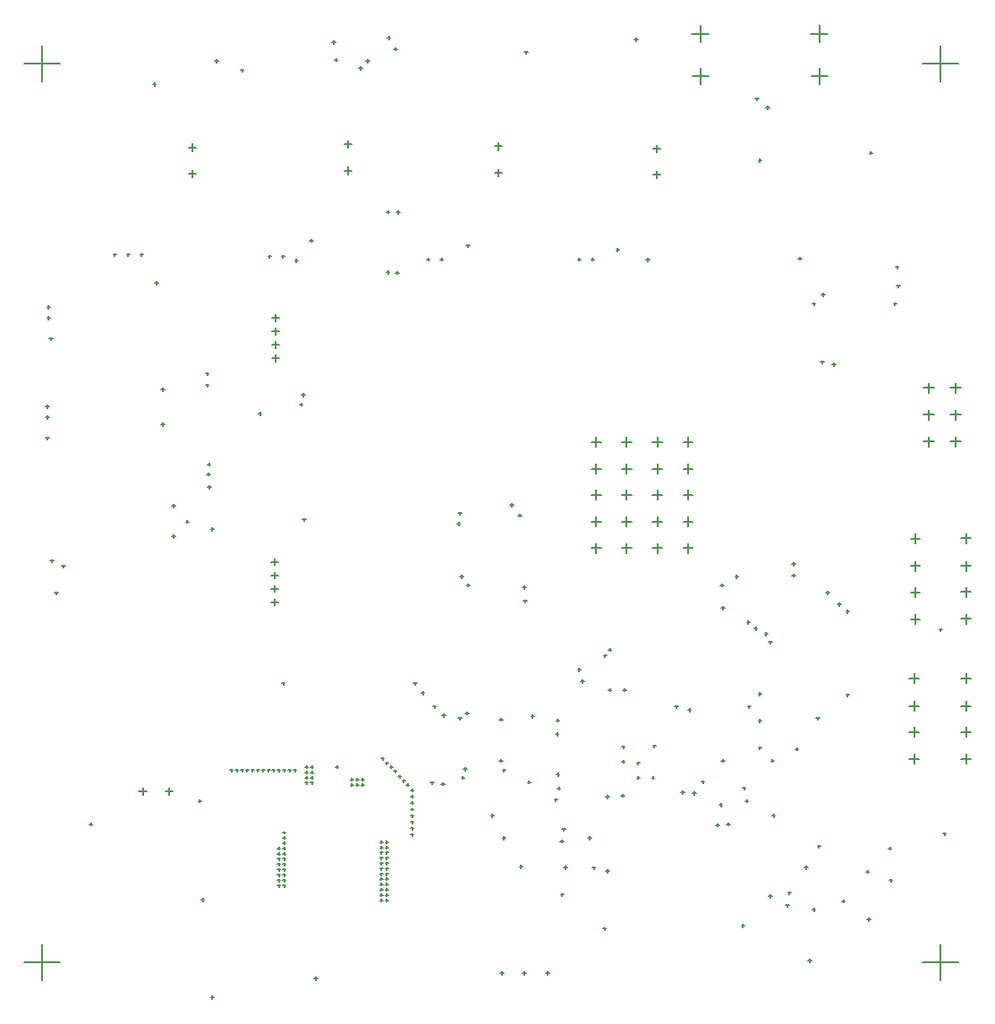
<source format=gbr>
%TF.GenerationSoftware,Altium Limited,Altium Designer,21.7.2 (23)*%
G04 Layer_Color=128*
%FSLAX24Y24*%
%MOIN*%
%TF.SameCoordinates,F115D885-3665-466D-A638-D1939FCD3409*%
%TF.FilePolarity,Positive*%
%TF.FileFunction,Drillmap*%
%TF.Part,Single*%
G01*
G75*
%TA.AperFunction,NonConductor*%
%ADD76C,0.0050*%
D76*
X34787Y23362D02*
X35181D01*
X34984Y23165D02*
Y23559D01*
X35787Y23362D02*
X36181D01*
X35984Y23165D02*
Y23559D01*
X34787Y22362D02*
X35181D01*
X34984Y22165D02*
Y22559D01*
X35787Y22362D02*
X36181D01*
X35984Y22165D02*
Y22559D01*
X34787Y21362D02*
X35181D01*
X34984Y21165D02*
Y21559D01*
X35787Y21362D02*
X36181D01*
X35984Y21165D02*
Y21559D01*
X22421Y19386D02*
X22776D01*
X22598Y19209D02*
Y19563D01*
X22421Y17402D02*
X22776D01*
X22598Y17224D02*
Y17579D01*
X22421Y18386D02*
X22776D01*
X22598Y18209D02*
Y18563D01*
X22421Y21354D02*
X22776D01*
X22598Y21177D02*
Y21532D01*
X22421Y20354D02*
X22776D01*
X22598Y20177D02*
Y20531D01*
X23563Y19386D02*
X23917D01*
X23740Y19209D02*
Y19563D01*
X23563Y17402D02*
X23917D01*
X23740Y17224D02*
Y17579D01*
X23563Y18386D02*
X23917D01*
X23740Y18209D02*
Y18563D01*
X23563Y21354D02*
X23917D01*
X23740Y21177D02*
Y21532D01*
X23563Y20354D02*
X23917D01*
X23740Y20177D02*
Y20531D01*
X24705Y19386D02*
X25059D01*
X24882Y19209D02*
Y19563D01*
X24705Y17402D02*
X25059D01*
X24882Y17224D02*
Y17579D01*
X24705Y18386D02*
X25059D01*
X24882Y18209D02*
Y18563D01*
X24705Y21354D02*
X25059D01*
X24882Y21177D02*
Y21532D01*
X24705Y20354D02*
X25059D01*
X24882Y20177D02*
Y20531D01*
X25846Y19386D02*
X26201D01*
X26024Y19209D02*
Y19563D01*
X25846Y17402D02*
X26201D01*
X26024Y17224D02*
Y17579D01*
X25846Y18386D02*
X26201D01*
X26024Y18209D02*
Y18563D01*
X25846Y21354D02*
X26201D01*
X26024Y21177D02*
Y21532D01*
X25846Y20354D02*
X26201D01*
X26024Y20177D02*
Y20531D01*
X13228Y32441D02*
X13504D01*
X13366Y32303D02*
Y32579D01*
X13228Y31457D02*
X13504D01*
X13366Y31319D02*
Y31594D01*
X18819Y32362D02*
X19094D01*
X18957Y32224D02*
Y32500D01*
X18819Y31378D02*
X19094D01*
X18957Y31240D02*
Y31516D01*
X7421Y32323D02*
X7697D01*
X7559Y32185D02*
Y32461D01*
X7421Y31339D02*
X7697D01*
X7559Y31201D02*
Y31476D01*
X26173Y36555D02*
X26803D01*
X26488Y36240D02*
Y36870D01*
X30598Y36555D02*
X31228D01*
X30913Y36240D02*
Y36870D01*
X26189Y34980D02*
X26787D01*
X26488Y34681D02*
Y35280D01*
X30614Y34980D02*
X31213D01*
X30913Y34681D02*
Y35280D01*
X24724Y32283D02*
X25000D01*
X24862Y32146D02*
Y32421D01*
X24724Y31299D02*
X25000D01*
X24862Y31161D02*
Y31437D01*
X10541Y25988D02*
X10797D01*
X10669Y25860D02*
Y26116D01*
X10541Y25488D02*
X10797D01*
X10669Y25360D02*
Y25616D01*
X10541Y24988D02*
X10797D01*
X10669Y24860D02*
Y25116D01*
X10541Y24488D02*
X10797D01*
X10669Y24360D02*
Y24616D01*
X10502Y16892D02*
X10758D01*
X10630Y16764D02*
Y17020D01*
X10502Y16392D02*
X10758D01*
X10630Y16264D02*
Y16520D01*
X10502Y15892D02*
X10758D01*
X10630Y15764D02*
Y16020D01*
X10502Y15392D02*
X10758D01*
X10630Y15264D02*
Y15520D01*
X36201Y16732D02*
X36555D01*
X36378Y16555D02*
Y16909D01*
X36201Y14764D02*
X36555D01*
X36378Y14587D02*
Y14941D01*
X36201Y15764D02*
X36555D01*
X36378Y15587D02*
Y15941D01*
X36201Y17764D02*
X36555D01*
X36378Y17587D02*
Y17941D01*
X34311Y16728D02*
X34665D01*
X34488Y16551D02*
Y16906D01*
X34311Y14760D02*
X34665D01*
X34488Y14583D02*
Y14937D01*
X34311Y15760D02*
X34665D01*
X34488Y15583D02*
Y15937D01*
X34311Y17760D02*
X34665D01*
X34488Y17583D02*
Y17937D01*
X36201Y11520D02*
X36555D01*
X36378Y11343D02*
Y11697D01*
X36201Y9551D02*
X36555D01*
X36378Y9374D02*
Y9728D01*
X36201Y10551D02*
X36555D01*
X36378Y10374D02*
Y10728D01*
X36201Y12551D02*
X36555D01*
X36378Y12374D02*
Y12728D01*
X34272Y11520D02*
X34626D01*
X34449Y11343D02*
Y11697D01*
X34272Y9551D02*
X34626D01*
X34449Y9374D02*
Y9728D01*
X34272Y10551D02*
X34626D01*
X34449Y10374D02*
Y10728D01*
X34272Y12551D02*
X34626D01*
X34449Y12374D02*
Y12728D01*
X34764Y1969D02*
X36102D01*
X35433Y1299D02*
Y2638D01*
X1299Y1969D02*
X2638D01*
X1969Y1299D02*
Y2638D01*
X1299Y35433D02*
X2638D01*
X1969Y34764D02*
Y36102D01*
X34764Y35433D02*
X36102D01*
X35433Y34764D02*
Y36102D01*
X6555Y8346D02*
X6831D01*
X6693Y8209D02*
Y8484D01*
X5571Y8346D02*
X5846D01*
X5709Y8209D02*
Y8484D01*
X30846Y6299D02*
X30965D01*
X30906Y6240D02*
Y6358D01*
X33484Y6220D02*
X33602D01*
X33543Y6161D02*
Y6280D01*
X32667Y5354D02*
X32766D01*
X32717Y5305D02*
Y5404D01*
X31762Y4252D02*
X31860D01*
X31811Y4203D02*
Y4301D01*
X33533Y5039D02*
X33632D01*
X33583Y4990D02*
Y5089D01*
X28524Y34134D02*
X28642D01*
X28583Y34075D02*
Y34193D01*
X30650Y3937D02*
X30768D01*
X30709Y3878D02*
Y3996D01*
X32697Y3583D02*
X32815D01*
X32756Y3524D02*
Y3642D01*
X30374Y5512D02*
X30492D01*
X30433Y5453D02*
Y5571D01*
X29665Y4094D02*
X29783D01*
X29724Y4035D02*
Y4154D01*
X30492Y2047D02*
X30610D01*
X30551Y1988D02*
Y2106D01*
X27185Y7835D02*
X27303D01*
X27244Y7776D02*
Y7894D01*
X27067Y7087D02*
X27185D01*
X27126Y7028D02*
Y7146D01*
X27461Y7126D02*
X27579D01*
X27520Y7067D02*
Y7185D01*
X29744Y4567D02*
X29862D01*
X29803Y4508D02*
Y4626D01*
X21333Y6933D02*
X21451D01*
X21392Y6873D02*
Y6992D01*
X28642Y11968D02*
X28760D01*
X28701Y11909D02*
Y12028D01*
X31909Y11929D02*
X32028D01*
X31969Y11870D02*
Y11988D01*
X31909Y15039D02*
X32028D01*
X31969Y14980D02*
Y15098D01*
X28248Y11496D02*
X28366D01*
X28307Y11437D02*
Y11555D01*
X28642Y9961D02*
X28760D01*
X28701Y9902D02*
Y10020D01*
X35379Y14365D02*
X35497D01*
X35438Y14305D02*
Y14424D01*
X8248Y669D02*
X8366D01*
X8307Y610D02*
Y728D01*
X7883Y4316D02*
X8001D01*
X7942Y4257D02*
Y4375D01*
X7776Y7992D02*
X7894D01*
X7835Y7933D02*
Y8051D01*
X22958Y5372D02*
X23076D01*
X23017Y5313D02*
Y5431D01*
X29035Y4449D02*
X29154D01*
X29094Y4390D02*
Y4508D01*
X31594Y15315D02*
X31713D01*
X31654Y15256D02*
Y15374D01*
X31161Y15748D02*
X31280D01*
X31220Y15689D02*
Y15807D01*
X28642Y10984D02*
X28760D01*
X28701Y10925D02*
Y11043D01*
X30807Y11063D02*
X30925D01*
X30866Y11004D02*
Y11122D01*
X29154Y7441D02*
X29272D01*
X29213Y7382D02*
Y7500D01*
X30020Y9921D02*
X30138D01*
X30079Y9862D02*
Y9980D01*
X28150Y7988D02*
X28268D01*
X28209Y7929D02*
Y8047D01*
X27224Y16024D02*
X27343D01*
X27283Y15965D02*
Y16083D01*
X27776Y16339D02*
X27894D01*
X27835Y16280D02*
Y16398D01*
X29114Y9488D02*
X29232D01*
X29173Y9429D02*
Y9547D01*
X28051Y8465D02*
X28169D01*
X28110Y8406D02*
Y8524D01*
X27274Y15177D02*
X27392D01*
X27333Y15118D02*
Y15236D01*
X27264Y9488D02*
X27382D01*
X27323Y9429D02*
Y9547D01*
X26023Y11369D02*
X26141D01*
X26082Y11310D02*
Y11428D01*
X26516Y8701D02*
X26634D01*
X26575Y8642D02*
Y8760D01*
X19114Y9134D02*
X19232D01*
X19173Y9075D02*
Y9193D01*
X21398Y5512D02*
X21516D01*
X21457Y5453D02*
Y5571D01*
X19744Y5551D02*
X19862D01*
X19803Y5492D02*
Y5610D01*
X18996Y9488D02*
X19114D01*
X19055Y9429D02*
Y9547D01*
X18996Y11024D02*
X19114D01*
X19055Y10965D02*
Y11083D01*
X19114Y6614D02*
X19232D01*
X19173Y6555D02*
Y6673D01*
X17724Y11260D02*
X17843D01*
X17783Y11201D02*
Y11319D01*
X18681Y7441D02*
X18799D01*
X18740Y7382D02*
Y7500D01*
X22455Y5496D02*
X22573D01*
X22514Y5437D02*
Y5555D01*
X17657Y9173D02*
X17776D01*
X17717Y9114D02*
Y9232D01*
X16870Y11181D02*
X16988D01*
X16929Y11122D02*
Y11240D01*
X17776Y16024D02*
X17894D01*
X17835Y15965D02*
Y16083D01*
X19902Y15433D02*
X20020D01*
X19961Y15374D02*
Y15492D01*
X23602Y12126D02*
X23720D01*
X23661Y12067D02*
Y12185D01*
X20044Y8689D02*
X20162D01*
X20103Y8630D02*
Y8748D01*
X17579Y8858D02*
X17697D01*
X17638Y8799D02*
Y8917D01*
X16516Y11496D02*
X16634D01*
X16575Y11437D02*
Y11555D01*
X17539Y16339D02*
X17657D01*
X17598Y16280D02*
Y16398D01*
X25531Y11496D02*
X25650D01*
X25591Y11437D02*
Y11555D01*
X23053Y13625D02*
X23171D01*
X23112Y13566D02*
Y13684D01*
X22877Y13394D02*
X22995D01*
X22936Y13335D02*
Y13453D01*
X19862Y15945D02*
X19980D01*
X19921Y15886D02*
Y16004D01*
X21152Y8456D02*
X21270D01*
X21211Y8396D02*
Y8515D01*
X16831Y8622D02*
X16949D01*
X16890Y8563D02*
Y8681D01*
X16437Y8661D02*
X16555D01*
X16496Y8602D02*
Y8720D01*
X16087Y12012D02*
X16205D01*
X16146Y11953D02*
Y12071D01*
X17421Y18307D02*
X17539D01*
X17480Y18248D02*
Y18366D01*
X21122Y8976D02*
X21240D01*
X21181Y8917D02*
Y9035D01*
X10886Y12362D02*
X11004D01*
X10945Y12303D02*
Y12421D01*
X13455Y8780D02*
X13553D01*
X13504Y8730D02*
Y8829D01*
X13652Y8583D02*
X13750D01*
X13701Y8533D02*
Y8632D01*
X13652Y8780D02*
X13750D01*
X13701Y8730D02*
Y8829D01*
X13455Y8583D02*
X13553D01*
X13504Y8533D02*
Y8632D01*
X15699Y8150D02*
X15797D01*
X15748Y8100D02*
Y8199D01*
X15699Y7913D02*
X15797D01*
X15748Y7864D02*
Y7963D01*
X15699Y8386D02*
X15797D01*
X15748Y8337D02*
Y8435D01*
X29892Y16393D02*
X30010D01*
X29951Y16334D02*
Y16452D01*
X29035Y13898D02*
X29154D01*
X29094Y13839D02*
Y13957D01*
X29902Y16811D02*
X30020D01*
X29961Y16752D02*
Y16870D01*
X21043Y8031D02*
X21161D01*
X21102Y7972D02*
Y8091D01*
X15807Y12362D02*
X15925D01*
X15866Y12303D02*
Y12421D01*
X17461Y18701D02*
X17579D01*
X17520Y18642D02*
Y18760D01*
X21913Y12878D02*
X22032D01*
X21972Y12819D02*
Y12937D01*
X23051Y12126D02*
X23169D01*
X23110Y12067D02*
Y12185D01*
X22028Y12441D02*
X22146D01*
X22087Y12382D02*
Y12500D01*
X19390Y19016D02*
X19508D01*
X19449Y18957D02*
Y19075D01*
X19705Y18622D02*
X19823D01*
X19764Y18563D02*
Y18681D01*
X20728Y1570D02*
X20846D01*
X20787Y1511D02*
Y1629D01*
X21115Y10988D02*
X21233D01*
X21174Y10929D02*
Y11047D01*
X17461Y11063D02*
X17579D01*
X17520Y11004D02*
Y11122D01*
X21083Y10472D02*
X21201D01*
X21142Y10413D02*
Y10532D01*
X15140Y27657D02*
X15259D01*
X15200Y27598D02*
Y27716D01*
X15170Y29910D02*
X15288D01*
X15229Y29851D02*
Y29969D01*
X14035Y35551D02*
X14154D01*
X14094Y35492D02*
Y35610D01*
X14783Y27677D02*
X14902D01*
X14843Y27618D02*
Y27736D01*
X14783Y29921D02*
X14902D01*
X14843Y29862D02*
Y29980D01*
X13760Y35276D02*
X13878D01*
X13819Y35217D02*
Y35335D01*
X11634Y23110D02*
X11752D01*
X11693Y23051D02*
Y23169D01*
X8051Y23898D02*
X8169D01*
X8110Y23839D02*
Y23957D01*
X6398Y23307D02*
X6516D01*
X6457Y23248D02*
Y23366D01*
X8051Y23465D02*
X8169D01*
X8110Y23406D02*
Y23524D01*
X11555Y22756D02*
X11673D01*
X11614Y22697D02*
Y22815D01*
X10020Y22402D02*
X10138D01*
X10079Y22343D02*
Y22461D01*
X11673Y18465D02*
X11791D01*
X11732Y18406D02*
Y18524D01*
X8248Y18110D02*
X8366D01*
X8307Y18051D02*
Y18169D01*
X7313Y18386D02*
X7411D01*
X7362Y18337D02*
Y18435D01*
X6791Y17835D02*
X6909D01*
X6850Y17776D02*
Y17894D01*
X8119Y20523D02*
X8237D01*
X8178Y20464D02*
Y20582D01*
X30138Y28189D02*
X30256D01*
X30197Y28130D02*
Y28248D01*
X24469Y28150D02*
X24587D01*
X24528Y28091D02*
Y28209D01*
X8130Y19685D02*
X8248D01*
X8189Y19626D02*
Y19744D01*
X8091Y20157D02*
X8209D01*
X8150Y20098D02*
Y20217D01*
X6791Y18976D02*
X6909D01*
X6850Y18917D02*
Y19035D01*
X2441Y15730D02*
X2559D01*
X2500Y15671D02*
Y15789D01*
X2697Y16732D02*
X2815D01*
X2756Y16673D02*
Y16791D01*
X2264Y16929D02*
X2382D01*
X2323Y16870D02*
Y16988D01*
X25768Y8307D02*
X25886D01*
X25827Y8248D02*
Y8366D01*
X26201Y8268D02*
X26319D01*
X26260Y8209D02*
Y8327D01*
X6398Y22008D02*
X6516D01*
X6457Y21949D02*
Y22067D01*
X2106Y22283D02*
X2224D01*
X2165Y22224D02*
Y22343D01*
X2106Y21496D02*
X2224D01*
X2165Y21437D02*
Y21555D01*
X2106Y22677D02*
X2224D01*
X2165Y22618D02*
Y22736D01*
X2146Y26378D02*
X2264D01*
X2205Y26319D02*
Y26437D01*
X6161Y27283D02*
X6280D01*
X6220Y27224D02*
Y27343D01*
X4622Y28342D02*
X4720D01*
X4671Y28293D02*
Y28391D01*
X5122Y28342D02*
X5220D01*
X5171Y28293D02*
Y28391D01*
X3730Y7126D02*
X3829D01*
X3780Y7077D02*
Y7175D01*
X8967Y9134D02*
X9065D01*
X9016Y9085D02*
Y9183D01*
X9163Y9134D02*
X9262D01*
X9213Y9085D02*
Y9183D01*
X9360Y9134D02*
X9459D01*
X9409Y9085D02*
Y9183D01*
X2146Y25984D02*
X2264D01*
X2205Y25925D02*
Y26043D01*
X2224Y25197D02*
X2343D01*
X2283Y25138D02*
Y25256D01*
X24035Y36339D02*
X24154D01*
X24094Y36280D02*
Y36398D01*
X19941Y35866D02*
X20059D01*
X20000Y35807D02*
Y35925D01*
X14823Y36417D02*
X14941D01*
X14882Y36358D02*
Y36476D01*
X12768Y36236D02*
X12886D01*
X12827Y36177D02*
Y36296D01*
X8406Y35551D02*
X8524D01*
X8465Y35492D02*
Y35610D01*
X6083Y34685D02*
X6201D01*
X6142Y34626D02*
Y34744D01*
X15064Y35989D02*
X15182D01*
X15123Y35930D02*
Y36048D01*
X12854Y35591D02*
X12972D01*
X12913Y35531D02*
Y35650D01*
X9360Y35197D02*
X9459D01*
X9409Y35148D02*
Y35246D01*
X16295Y28145D02*
X16394D01*
X16344Y28096D02*
Y28194D01*
X11378Y28110D02*
X11496D01*
X11437Y28051D02*
Y28169D01*
X16795Y28145D02*
X16894D01*
X16844Y28096D02*
Y28194D01*
X11935Y28858D02*
X12053D01*
X11994Y28799D02*
Y28917D01*
X17768Y28661D02*
X17886D01*
X17827Y28602D02*
Y28720D01*
X5622Y28342D02*
X5720D01*
X5671Y28293D02*
Y28391D01*
X10890Y28263D02*
X10988D01*
X10939Y28214D02*
Y28312D01*
X10390Y28263D02*
X10488D01*
X10439Y28214D02*
Y28312D01*
X23346Y28504D02*
X23465D01*
X23406Y28445D02*
Y28563D01*
X22410Y28147D02*
X22508D01*
X22459Y28098D02*
Y28196D01*
X21910Y28147D02*
X22008D01*
X21959Y28098D02*
Y28196D01*
X15699Y6732D02*
X15797D01*
X15748Y6683D02*
Y6781D01*
X15699Y6969D02*
X15797D01*
X15748Y6919D02*
Y7018D01*
X15699Y7205D02*
X15797D01*
X15748Y7156D02*
Y7254D01*
X15699Y7441D02*
X15797D01*
X15748Y7392D02*
Y7490D01*
X15699Y7677D02*
X15797D01*
X15748Y7628D02*
Y7726D01*
X15541Y8583D02*
X15640D01*
X15591Y8533D02*
Y8632D01*
X15384Y8740D02*
X15482D01*
X15433Y8691D02*
Y8789D01*
X15226Y8898D02*
X15325D01*
X15276Y8848D02*
Y8947D01*
X15069Y9094D02*
X15167D01*
X15118Y9045D02*
Y9144D01*
X14911Y9252D02*
X15010D01*
X14961Y9203D02*
Y9301D01*
X14754Y9409D02*
X14852D01*
X14803Y9360D02*
Y9459D01*
X14596Y9567D02*
X14695D01*
X14646Y9518D02*
Y9616D01*
X11329Y9134D02*
X11427D01*
X11378Y9085D02*
Y9183D01*
X9557Y9134D02*
X9656D01*
X9606Y9085D02*
Y9183D01*
X9754Y9134D02*
X9852D01*
X9803Y9085D02*
Y9183D01*
X9951Y9134D02*
X10049D01*
X10000Y9085D02*
Y9183D01*
X10148Y9134D02*
X10246D01*
X10197Y9085D02*
Y9183D01*
X10344Y9134D02*
X10443D01*
X10394Y9085D02*
Y9183D01*
X10541Y9134D02*
X10640D01*
X10591Y9085D02*
Y9183D01*
X10738Y9134D02*
X10837D01*
X10787Y9085D02*
Y9183D01*
X10935Y9134D02*
X11033D01*
X10984Y9085D02*
Y9183D01*
X11132Y9134D02*
X11230D01*
X11181Y9085D02*
Y9183D01*
X28878Y14213D02*
X28996D01*
X28937Y14154D02*
Y14272D01*
X28484Y14409D02*
X28602D01*
X28543Y14350D02*
Y14468D01*
X14754Y4291D02*
X14852D01*
X14803Y4242D02*
Y4341D01*
X21280Y4494D02*
X21398D01*
X21339Y4435D02*
Y4553D01*
X22849Y3227D02*
X22968D01*
X22908Y3168D02*
Y3286D01*
X28012Y3346D02*
X28130D01*
X28071Y3287D02*
Y3406D01*
X12106Y1378D02*
X12224D01*
X12165Y1319D02*
Y1437D01*
X13848Y8780D02*
X13947D01*
X13898Y8730D02*
Y8829D01*
X13848Y8583D02*
X13947D01*
X13898Y8533D02*
Y8632D01*
X11762Y9252D02*
X11860D01*
X11811Y9203D02*
Y9301D01*
X11959Y9252D02*
X12057D01*
X12008Y9203D02*
Y9301D01*
X11762Y8661D02*
X11860D01*
X11811Y8612D02*
Y8711D01*
X11762Y8858D02*
X11860D01*
X11811Y8809D02*
Y8907D01*
X11762Y9055D02*
X11860D01*
X11811Y9006D02*
Y9104D01*
X11959Y9055D02*
X12057D01*
X12008Y9006D02*
Y9104D01*
X11959Y8858D02*
X12057D01*
X12008Y8809D02*
Y8907D01*
X11959Y8661D02*
X12057D01*
X12008Y8612D02*
Y8711D01*
X14754Y4488D02*
X14852D01*
X14803Y4439D02*
Y4537D01*
X14754Y4685D02*
X14852D01*
X14803Y4636D02*
Y4734D01*
X14754Y4882D02*
X14852D01*
X14803Y4833D02*
Y4931D01*
X14754Y5079D02*
X14852D01*
X14803Y5030D02*
Y5128D01*
X14754Y5276D02*
X14852D01*
X14803Y5226D02*
Y5325D01*
X14754Y5472D02*
X14852D01*
X14803Y5423D02*
Y5522D01*
X14754Y5669D02*
X14852D01*
X14803Y5620D02*
Y5719D01*
X14754Y5866D02*
X14852D01*
X14803Y5817D02*
Y5915D01*
X14754Y6063D02*
X14852D01*
X14803Y6014D02*
Y6112D01*
X14754Y6260D02*
X14852D01*
X14803Y6211D02*
Y6309D01*
X14754Y6457D02*
X14852D01*
X14803Y6407D02*
Y6506D01*
X14557Y6457D02*
X14656D01*
X14606Y6407D02*
Y6506D01*
X14557Y6260D02*
X14656D01*
X14606Y6211D02*
Y6309D01*
X14557Y6063D02*
X14656D01*
X14606Y6014D02*
Y6112D01*
X14557Y5866D02*
X14656D01*
X14606Y5817D02*
Y5915D01*
X14557Y5669D02*
X14656D01*
X14606Y5620D02*
Y5719D01*
X14557Y5472D02*
X14656D01*
X14606Y5423D02*
Y5522D01*
X14557Y5276D02*
X14656D01*
X14606Y5226D02*
Y5325D01*
X14557Y5079D02*
X14656D01*
X14606Y5030D02*
Y5128D01*
X14557Y4882D02*
X14656D01*
X14606Y4833D02*
Y4931D01*
X14557Y4685D02*
X14656D01*
X14606Y4636D02*
Y4734D01*
X14557Y4488D02*
X14656D01*
X14606Y4439D02*
Y4537D01*
X14557Y4291D02*
X14656D01*
X14606Y4242D02*
Y4341D01*
X10935Y6811D02*
X11033D01*
X10984Y6762D02*
Y6860D01*
X10935Y6614D02*
X11033D01*
X10984Y6565D02*
Y6663D01*
X10738Y5039D02*
X10837D01*
X10787Y4990D02*
Y5089D01*
X10738Y5236D02*
X10837D01*
X10787Y5187D02*
Y5285D01*
X10738Y5433D02*
X10837D01*
X10787Y5384D02*
Y5482D01*
X10738Y5630D02*
X10837D01*
X10787Y5581D02*
Y5679D01*
X10738Y5827D02*
X10837D01*
X10787Y5778D02*
Y5876D01*
X10738Y6024D02*
X10837D01*
X10787Y5974D02*
Y6073D01*
X10738Y6220D02*
X10837D01*
X10787Y6171D02*
Y6270D01*
X10935Y6417D02*
X11033D01*
X10984Y6368D02*
Y6467D01*
X10935Y6220D02*
X11033D01*
X10984Y6171D02*
Y6270D01*
X10935Y6024D02*
X11033D01*
X10984Y5974D02*
Y6073D01*
X10935Y5827D02*
X11033D01*
X10984Y5778D02*
Y5876D01*
X10935Y5630D02*
X11033D01*
X10984Y5581D02*
Y5679D01*
X10935Y5433D02*
X11033D01*
X10984Y5384D02*
Y5482D01*
X10935Y5236D02*
X11033D01*
X10984Y5187D02*
Y5285D01*
X10935Y5039D02*
X11033D01*
X10984Y4990D02*
Y5089D01*
X10935Y4843D02*
X11033D01*
X10984Y4793D02*
Y4892D01*
X10738Y4843D02*
X10837D01*
X10787Y4793D02*
Y4892D01*
X20177Y11136D02*
X20295D01*
X20236Y11076D02*
Y11195D01*
X31398Y24252D02*
X31516D01*
X31457Y24193D02*
Y24311D01*
X30965Y24331D02*
X31083D01*
X31024Y24272D02*
Y24390D01*
X31004Y26850D02*
X31122D01*
X31063Y26791D02*
Y26909D01*
X30650Y26496D02*
X30768D01*
X30709Y26437D02*
Y26555D01*
X28925Y33813D02*
X29043D01*
X28984Y33754D02*
Y33872D01*
X28642Y31850D02*
X28760D01*
X28701Y31791D02*
Y31909D01*
X33799Y27165D02*
X33917D01*
X33858Y27106D02*
Y27224D01*
X33681Y26496D02*
X33799D01*
X33740Y26437D02*
Y26555D01*
X33770Y27874D02*
X33868D01*
X33819Y27825D02*
Y27923D01*
X35541Y6772D02*
X35640D01*
X35591Y6722D02*
Y6821D01*
X32785Y32126D02*
X32884D01*
X32835Y32077D02*
Y32175D01*
X24715Y10039D02*
X24813D01*
X24764Y9990D02*
Y10089D01*
X24124Y9409D02*
X24222D01*
X24173Y9360D02*
Y9459D01*
X24675Y8858D02*
X24774D01*
X24724Y8809D02*
Y8907D01*
X24124Y8858D02*
X24222D01*
X24173Y8809D02*
Y8907D01*
X23573Y9449D02*
X23671D01*
X23622Y9400D02*
Y9498D01*
X23573Y10000D02*
X23671D01*
X23622Y9951D02*
Y10049D01*
X28209Y14646D02*
X28327D01*
X28268Y14587D02*
Y14705D01*
X21260Y6488D02*
X21378D01*
X21319Y6429D02*
Y6547D01*
X22303Y6614D02*
X22421D01*
X22362Y6555D02*
Y6673D01*
X23524Y8189D02*
X23642D01*
X23583Y8130D02*
Y8248D01*
X22972Y8150D02*
X23091D01*
X23031Y8091D02*
Y8209D01*
X19862Y1570D02*
X19980D01*
X19921Y1511D02*
Y1629D01*
X19035Y1570D02*
X19154D01*
X19094Y1511D02*
Y1629D01*
X12904Y9252D02*
X13002D01*
X12953Y9203D02*
Y9301D01*
%TF.MD5,23f2ac4e2426ee59b9f2868cf3d8f252*%
M02*

</source>
